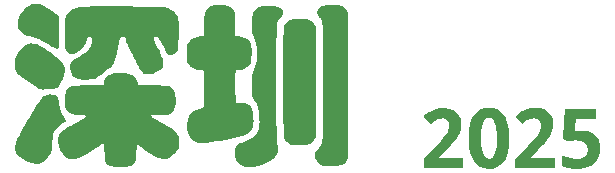
<source format=gbr>
%TF.GenerationSoftware,KiCad,Pcbnew,9.0.6*%
%TF.CreationDate,2025-11-09T23:23:57-08:00*%
%TF.ProjectId,mfzh25_token,6d667a68-3235-45f7-946f-6b656e2e6b69,rev?*%
%TF.SameCoordinates,Original*%
%TF.FileFunction,Soldermask,Top*%
%TF.FilePolarity,Negative*%
%FSLAX46Y46*%
G04 Gerber Fmt 4.6, Leading zero omitted, Abs format (unit mm)*
G04 Created by KiCad (PCBNEW 9.0.6) date 2025-11-09 23:23:57*
%MOMM*%
%LPD*%
G01*
G04 APERTURE LIST*
%ADD10C,0.000000*%
G04 APERTURE END LIST*
D10*
%TO.C,G\u002A\u002A\u002A*%
G36*
X45789014Y-134749478D02*
G01*
X46037524Y-134826396D01*
X46317936Y-134958123D01*
X46637637Y-135147168D01*
X47004015Y-135396039D01*
X47140134Y-135494440D01*
X47440797Y-135717352D01*
X47679863Y-135901736D01*
X47866456Y-136055869D01*
X48009701Y-136188028D01*
X48118724Y-136306490D01*
X48202650Y-136419531D01*
X48254153Y-136504902D01*
X48322385Y-136639748D01*
X48360128Y-136756965D01*
X48375334Y-136892131D01*
X48376420Y-137051919D01*
X48330578Y-137403689D01*
X48203726Y-137772079D01*
X47997191Y-138153393D01*
X47960158Y-138210365D01*
X47863168Y-138353159D01*
X47782210Y-138452181D01*
X47698479Y-138516314D01*
X47593171Y-138554440D01*
X47447484Y-138575442D01*
X47242613Y-138588201D01*
X47151251Y-138592464D01*
X46941875Y-138603834D01*
X46754974Y-138617181D01*
X46611789Y-138630786D01*
X46536393Y-138642187D01*
X46408703Y-138636083D01*
X46234604Y-138564084D01*
X46230721Y-138562020D01*
X46069117Y-138468660D01*
X45858139Y-138336376D01*
X45616011Y-138177459D01*
X45360955Y-138004199D01*
X45111195Y-137828889D01*
X44884955Y-137663818D01*
X44775118Y-137580271D01*
X44539595Y-137383792D01*
X44369751Y-137206412D01*
X44253862Y-137032572D01*
X44180206Y-136846713D01*
X44159421Y-136763088D01*
X44138334Y-136479469D01*
X44183339Y-136171991D01*
X44285930Y-135857135D01*
X44437598Y-135551384D01*
X44629838Y-135271218D01*
X44854142Y-135033121D01*
X45102004Y-134853573D01*
X45161018Y-134822503D01*
X45358149Y-134750040D01*
X45565018Y-134724863D01*
X45789014Y-134749478D01*
G37*
G36*
X46042744Y-131393409D02*
G01*
X46166951Y-131405424D01*
X46281345Y-131434135D01*
X46412505Y-131486652D01*
X46587008Y-131570082D01*
X46628284Y-131590525D01*
X46849149Y-131706121D01*
X47077722Y-131836037D01*
X47300090Y-131971244D01*
X47502336Y-132102711D01*
X47670546Y-132221410D01*
X47790803Y-132318309D01*
X47847973Y-132381976D01*
X47860992Y-132448496D01*
X47871882Y-132586725D01*
X47880636Y-132783604D01*
X47887247Y-133026070D01*
X47891708Y-133301062D01*
X47894012Y-133595520D01*
X47894153Y-133896381D01*
X47892122Y-134190584D01*
X47887913Y-134465070D01*
X47881520Y-134706775D01*
X47872935Y-134902640D01*
X47862151Y-135039602D01*
X47849425Y-135104122D01*
X47789990Y-135168407D01*
X47700162Y-135184605D01*
X47572029Y-135150510D01*
X47397678Y-135063912D01*
X47169196Y-134922606D01*
X47147450Y-134908282D01*
X46803867Y-134691427D01*
X46495671Y-134521902D01*
X46197493Y-134387870D01*
X45883961Y-134277495D01*
X45652854Y-134210932D01*
X45390883Y-134137594D01*
X45192225Y-134072924D01*
X45037136Y-134008447D01*
X44905870Y-133935685D01*
X44778685Y-133846159D01*
X44748161Y-133822484D01*
X44566978Y-133630337D01*
X44456933Y-133398775D01*
X44417549Y-133133808D01*
X44448346Y-132841446D01*
X44548848Y-132527700D01*
X44718577Y-132198580D01*
X44898216Y-131935719D01*
X45030961Y-131781685D01*
X45184362Y-131634868D01*
X45316833Y-131532881D01*
X45435955Y-131461011D01*
X45535835Y-131418565D01*
X45646941Y-131397897D01*
X45799741Y-131391357D01*
X45882145Y-131390984D01*
X46042744Y-131393409D01*
G37*
G36*
X47394410Y-139066393D02*
G01*
X47587488Y-139129288D01*
X47703930Y-139196658D01*
X47787816Y-139286496D01*
X47846178Y-139414295D01*
X47886050Y-139595548D01*
X47914462Y-139845749D01*
X47914878Y-139850583D01*
X47961429Y-140207964D01*
X48036855Y-140499104D01*
X48146500Y-140739239D01*
X48295705Y-140943606D01*
X48299671Y-140948036D01*
X48421633Y-141098203D01*
X48474346Y-141213354D01*
X48455173Y-141310022D01*
X48361478Y-141404740D01*
X48211351Y-141501926D01*
X47954507Y-141678816D01*
X47728371Y-141883963D01*
X47551426Y-142098772D01*
X47461636Y-142256114D01*
X47423554Y-142356485D01*
X47395096Y-142472988D01*
X47373844Y-142622734D01*
X47357377Y-142822836D01*
X47343275Y-143090407D01*
X47343093Y-143094490D01*
X47330746Y-143346377D01*
X47317467Y-143532492D01*
X47299992Y-143671837D01*
X47275060Y-143783416D01*
X47239407Y-143886231D01*
X47189772Y-143999288D01*
X47186573Y-144006176D01*
X46992042Y-144352912D01*
X46767814Y-144621837D01*
X46515243Y-144812183D01*
X46235683Y-144923181D01*
X45930486Y-144954063D01*
X45603505Y-144904723D01*
X45353406Y-144817491D01*
X45089588Y-144689334D01*
X44829884Y-144532463D01*
X44592126Y-144359087D01*
X44394148Y-144181415D01*
X44253782Y-144011658D01*
X44223268Y-143959697D01*
X44164242Y-143756526D01*
X44168933Y-143502051D01*
X44236518Y-143199989D01*
X44366177Y-142854055D01*
X44550728Y-142479632D01*
X44690299Y-142226497D01*
X44851101Y-141941021D01*
X45027671Y-141632366D01*
X45214549Y-141309694D01*
X45406274Y-140982169D01*
X45597384Y-140658953D01*
X45782418Y-140349209D01*
X45955915Y-140062099D01*
X46112414Y-139806785D01*
X46246453Y-139592431D01*
X46352572Y-139428199D01*
X46425310Y-139323252D01*
X46449823Y-139293387D01*
X46638032Y-139158251D01*
X46873745Y-139073131D01*
X47133644Y-139041390D01*
X47394410Y-139066393D01*
G37*
G36*
X68513634Y-132665433D02*
G01*
X68692663Y-132671392D01*
X68824161Y-132683867D01*
X68926752Y-132705106D01*
X69019063Y-132737355D01*
X69072574Y-132760771D01*
X69254711Y-132854766D01*
X69381504Y-132952346D01*
X69479917Y-133077517D01*
X69534478Y-133171952D01*
X69625375Y-133341568D01*
X69625375Y-138009314D01*
X69625375Y-142677060D01*
X69496750Y-142885125D01*
X69384542Y-143035146D01*
X69245651Y-143148811D01*
X69120868Y-143219643D01*
X69011256Y-143272856D01*
X68914366Y-143309154D01*
X68809122Y-143332238D01*
X68674450Y-143345806D01*
X68489275Y-143353560D01*
X68337807Y-143357111D01*
X68065752Y-143358682D01*
X67858155Y-143349591D01*
X67695161Y-143328308D01*
X67572444Y-143298155D01*
X67355397Y-143200105D01*
X67162647Y-143054200D01*
X67014916Y-142879539D01*
X66937387Y-142712854D01*
X66929099Y-142649209D01*
X66921690Y-142520560D01*
X66915142Y-142324962D01*
X66909435Y-142060468D01*
X66904551Y-141725135D01*
X66900471Y-141317016D01*
X66897176Y-140834168D01*
X66894648Y-140274644D01*
X66892867Y-139636500D01*
X66891814Y-138917791D01*
X66891472Y-138116571D01*
X66891484Y-137963605D01*
X66891645Y-137240228D01*
X66891951Y-136596778D01*
X66892483Y-136028375D01*
X66893321Y-135530138D01*
X66894547Y-135097185D01*
X66896243Y-134724637D01*
X66898489Y-134407612D01*
X66901366Y-134141230D01*
X66904957Y-133920610D01*
X66909340Y-133740871D01*
X66914599Y-133597133D01*
X66920815Y-133484514D01*
X66928067Y-133398134D01*
X66936438Y-133333113D01*
X66946009Y-133284569D01*
X66956860Y-133247622D01*
X66969074Y-133217390D01*
X66970462Y-133214356D01*
X67076086Y-133037277D01*
X67219887Y-132898911D01*
X67423394Y-132779439D01*
X67463299Y-132760584D01*
X67557592Y-132720957D01*
X67650794Y-132693727D01*
X67761525Y-132676655D01*
X67908406Y-132667502D01*
X68110055Y-132664029D01*
X68268447Y-132663742D01*
X68513634Y-132665433D01*
G37*
G36*
X88587714Y-140224775D02*
G01*
X88925887Y-140321169D01*
X89210274Y-140473533D01*
X89438301Y-140675113D01*
X89607393Y-140919158D01*
X89714974Y-141198913D01*
X89758470Y-141507626D01*
X89735306Y-141838544D01*
X89642907Y-142184913D01*
X89478698Y-142539980D01*
X89240104Y-142896992D01*
X89233356Y-142905639D01*
X89146348Y-143008826D01*
X89012182Y-143158122D01*
X88843699Y-143339697D01*
X88653740Y-143539724D01*
X88455146Y-143744371D01*
X88444743Y-143754962D01*
X88263313Y-143942233D01*
X88106282Y-144109489D01*
X87982038Y-144247362D01*
X87898970Y-144346479D01*
X87865467Y-144397470D01*
X87865841Y-144401623D01*
X87914576Y-144409643D01*
X88036046Y-144416794D01*
X88218181Y-144422745D01*
X88448908Y-144427162D01*
X88716158Y-144429714D01*
X88905063Y-144430216D01*
X89915692Y-144430216D01*
X89915692Y-144854256D01*
X89915692Y-145278296D01*
X88219532Y-145278296D01*
X86523372Y-145278296D01*
X86524201Y-144928463D01*
X86525031Y-144578630D01*
X87272697Y-143772954D01*
X87598762Y-143419765D01*
X87870698Y-143120198D01*
X88093604Y-142867172D01*
X88272578Y-142653609D01*
X88412721Y-142472430D01*
X88519129Y-142316556D01*
X88596903Y-142178907D01*
X88651141Y-142052404D01*
X88686941Y-141929970D01*
X88709402Y-141804523D01*
X88713440Y-141772633D01*
X88714889Y-141519832D01*
X88653320Y-141323324D01*
X88529558Y-141184096D01*
X88344431Y-141103138D01*
X88134724Y-141080872D01*
X87851023Y-141123121D01*
X87555962Y-141249104D01*
X87288944Y-141427818D01*
X87100427Y-141574319D01*
X86833101Y-141259759D01*
X86718696Y-141121512D01*
X86628743Y-141005910D01*
X86575300Y-140928832D01*
X86565776Y-140907726D01*
X86598839Y-140858286D01*
X86686174Y-140777618D01*
X86809998Y-140679222D01*
X86952527Y-140576597D01*
X87095980Y-140483242D01*
X87209114Y-140419349D01*
X87490565Y-140307306D01*
X87812184Y-140228472D01*
X88132707Y-140192368D01*
X88198330Y-140191105D01*
X88587714Y-140224775D01*
G37*
G36*
X80931462Y-140253220D02*
G01*
X81265301Y-140377814D01*
X81434640Y-140477404D01*
X81578578Y-140588025D01*
X81686670Y-140708143D01*
X81785355Y-140868995D01*
X81816276Y-140928285D01*
X81888456Y-141076962D01*
X81932526Y-141195916D01*
X81955295Y-141316316D01*
X81963576Y-141469333D01*
X81964409Y-141606211D01*
X81960895Y-141803818D01*
X81946597Y-141949124D01*
X81914911Y-142074533D01*
X81859233Y-142212449D01*
X81826391Y-142283412D01*
X81744574Y-142447087D01*
X81656425Y-142599730D01*
X81553231Y-142752361D01*
X81426286Y-142916001D01*
X81266878Y-143101673D01*
X81066298Y-143320396D01*
X80815837Y-143583193D01*
X80725150Y-143676934D01*
X80536159Y-143873666D01*
X80368923Y-144051355D01*
X80231978Y-144200633D01*
X80133859Y-144312133D01*
X80083103Y-144376486D01*
X80077963Y-144387201D01*
X80119901Y-144402294D01*
X80243964Y-144414253D01*
X80447519Y-144422966D01*
X80727938Y-144428324D01*
X81082590Y-144430214D01*
X81095659Y-144430216D01*
X82113355Y-144430216D01*
X82113355Y-144854256D01*
X82113355Y-145278296D01*
X80438397Y-145278296D01*
X78763438Y-145278296D01*
X78763438Y-144916396D01*
X78763438Y-144554496D01*
X79635507Y-143612473D01*
X79948633Y-143271903D01*
X80207320Y-142983923D01*
X80416642Y-142740705D01*
X80581675Y-142534421D01*
X80707494Y-142357244D01*
X80799175Y-142201344D01*
X80861792Y-142058895D01*
X80900421Y-141922068D01*
X80920138Y-141783035D01*
X80926018Y-141633968D01*
X80926043Y-141621980D01*
X80921343Y-141472958D01*
X80899066Y-141374762D01*
X80846948Y-141293574D01*
X80781869Y-141224473D01*
X80695101Y-141144800D01*
X80616933Y-141101662D01*
X80515809Y-141084127D01*
X80368430Y-141081231D01*
X80136371Y-141100719D01*
X79926448Y-141164118D01*
X79712547Y-141281445D01*
X79558146Y-141392031D01*
X79444848Y-141474573D01*
X79357012Y-141530702D01*
X79320028Y-141546744D01*
X79273787Y-141515723D01*
X79194399Y-141434334D01*
X79095715Y-141320088D01*
X78991588Y-141190496D01*
X78895871Y-141063071D01*
X78822415Y-140955321D01*
X78785074Y-140884760D01*
X78784060Y-140869218D01*
X78828994Y-140826117D01*
X78924958Y-140749380D01*
X79053321Y-140653744D01*
X79087971Y-140628837D01*
X79436490Y-140423371D01*
X79808124Y-140282235D01*
X80189848Y-140206271D01*
X80568636Y-140196319D01*
X80931462Y-140253220D01*
G37*
G36*
X93392821Y-140719865D02*
G01*
X93392821Y-141165108D01*
X92526908Y-141165108D01*
X91660995Y-141165108D01*
X91638922Y-141281719D01*
X91625514Y-141378141D01*
X91609544Y-141530461D01*
X91593943Y-141709943D01*
X91590218Y-141758764D01*
X91563586Y-142119198D01*
X92128370Y-142119361D01*
X92368744Y-142121099D01*
X92543502Y-142127709D01*
X92671800Y-142141530D01*
X92772791Y-142164899D01*
X92865631Y-142200153D01*
X92893289Y-142212712D01*
X93174352Y-142388527D01*
X93411449Y-142627602D01*
X93587599Y-142912796D01*
X93588331Y-142914380D01*
X93644470Y-143043990D01*
X93680027Y-143155892D01*
X93699391Y-143276296D01*
X93706954Y-143431409D01*
X93707281Y-143624540D01*
X93701024Y-143861912D01*
X93683790Y-144041237D01*
X93651884Y-144188966D01*
X93612198Y-144305033D01*
X93451783Y-144621602D01*
X93238827Y-144876777D01*
X92966681Y-145076586D01*
X92628697Y-145227060D01*
X92576465Y-145244304D01*
X92332221Y-145300257D01*
X92034574Y-145335134D01*
X91712544Y-145347827D01*
X91395152Y-145337228D01*
X91111418Y-145302229D01*
X91102618Y-145300580D01*
X90921819Y-145261354D01*
X90751343Y-145216151D01*
X90627491Y-145174617D01*
X90625573Y-145173821D01*
X90466944Y-145107542D01*
X90466944Y-144658332D01*
X90468052Y-144459242D01*
X90472991Y-144331294D01*
X90484185Y-144260835D01*
X90504056Y-144234212D01*
X90535029Y-144237771D01*
X90541151Y-144240218D01*
X90909978Y-144372510D01*
X91268729Y-144459007D01*
X91606468Y-144499541D01*
X91912261Y-144493946D01*
X92175172Y-144442057D01*
X92384267Y-144343707D01*
X92472547Y-144269564D01*
X92597643Y-144084436D01*
X92661523Y-143868676D01*
X92666760Y-143641474D01*
X92615926Y-143422019D01*
X92511595Y-143229500D01*
X92356339Y-143083107D01*
X92309836Y-143055947D01*
X92132046Y-142994549D01*
X91896756Y-142958396D01*
X91627888Y-142949014D01*
X91349366Y-142967925D01*
X91223507Y-142986739D01*
X91069365Y-143011999D01*
X90966420Y-143016819D01*
X90882601Y-142996850D01*
X90785836Y-142947744D01*
X90740134Y-142921204D01*
X90541483Y-142804787D01*
X90566302Y-142546800D01*
X90576514Y-142429838D01*
X90591459Y-142244195D01*
X90609912Y-142005792D01*
X90630652Y-141730546D01*
X90652456Y-141434378D01*
X90663496Y-141281719D01*
X90735871Y-140274623D01*
X92064346Y-140274623D01*
X93392821Y-140274623D01*
X93392821Y-140719865D01*
G37*
G36*
X84297161Y-140212104D02*
G01*
X84514919Y-140214931D01*
X84671186Y-140224607D01*
X84789216Y-140244721D01*
X84892263Y-140278859D01*
X84975625Y-140316760D01*
X85258394Y-140501248D01*
X85502999Y-140756728D01*
X85704542Y-141076179D01*
X85858122Y-141452579D01*
X85916617Y-141665129D01*
X85946633Y-141814767D01*
X85968181Y-141979654D01*
X85982384Y-142176392D01*
X85990368Y-142421582D01*
X85993256Y-142731826D01*
X85993321Y-142797662D01*
X85988185Y-143197675D01*
X85971126Y-143528629D01*
X85939671Y-143805746D01*
X85891344Y-144044246D01*
X85823672Y-144259352D01*
X85734181Y-144466285D01*
X85716165Y-144502648D01*
X85517298Y-144810922D01*
X85267904Y-145053806D01*
X84974898Y-145228300D01*
X84645195Y-145331408D01*
X84285709Y-145360130D01*
X83903355Y-145311469D01*
X83869173Y-145303462D01*
X83561385Y-145186291D01*
X83291589Y-144994502D01*
X83061362Y-144730068D01*
X82872280Y-144394962D01*
X82725917Y-143991158D01*
X82680727Y-143815358D01*
X82643913Y-143592695D01*
X82618683Y-143308512D01*
X82605031Y-142985302D01*
X82603882Y-142797662D01*
X83642218Y-142797662D01*
X83655314Y-143267166D01*
X83694103Y-143657928D01*
X83759486Y-143972307D01*
X83852365Y-144212664D01*
X83973641Y-144381361D01*
X84124216Y-144480756D01*
X84297161Y-144513168D01*
X84421397Y-144491610D01*
X84551341Y-144437134D01*
X84560128Y-144431933D01*
X84672354Y-144339161D01*
X84758679Y-144227543D01*
X84761768Y-144221750D01*
X84841776Y-144011744D01*
X84904209Y-143736037D01*
X84948520Y-143412007D01*
X84974163Y-143057034D01*
X84980591Y-142688496D01*
X84967258Y-142323773D01*
X84933618Y-141980244D01*
X84879125Y-141675287D01*
X84845780Y-141548976D01*
X84746849Y-141317321D01*
X84611686Y-141151360D01*
X84446817Y-141057418D01*
X84318548Y-141037896D01*
X84138135Y-141066246D01*
X83988023Y-141153689D01*
X83866831Y-141303814D01*
X83773182Y-141520208D01*
X83705696Y-141806460D01*
X83662993Y-142166160D01*
X83643696Y-142602894D01*
X83642218Y-142797662D01*
X82603882Y-142797662D01*
X82602951Y-142645558D01*
X82612435Y-142311772D01*
X82633477Y-142006436D01*
X82666070Y-141752044D01*
X82681362Y-141673956D01*
X82805262Y-141259837D01*
X82977921Y-140907448D01*
X83196771Y-140620586D01*
X83459241Y-140403051D01*
X83591495Y-140328496D01*
X83706431Y-140275741D01*
X83808940Y-140241665D01*
X83922933Y-140222324D01*
X84072321Y-140213774D01*
X84281015Y-140212072D01*
X84297161Y-140212104D01*
G37*
G36*
X71121125Y-131460754D02*
G01*
X71344980Y-131469534D01*
X71507157Y-131482817D01*
X71630787Y-131504833D01*
X71738999Y-131539807D01*
X71854924Y-131591968D01*
X71864349Y-131596580D01*
X72089419Y-131742417D01*
X72248830Y-131932471D01*
X72354671Y-132181406D01*
X72359055Y-132196660D01*
X72366223Y-132248898D01*
X72372612Y-132353592D01*
X72378235Y-132513279D01*
X72383108Y-132730495D01*
X72387245Y-133007776D01*
X72390660Y-133347660D01*
X72393367Y-133752682D01*
X72395381Y-134225378D01*
X72396717Y-134768286D01*
X72397388Y-135383942D01*
X72397410Y-136074882D01*
X72396796Y-136843643D01*
X72395561Y-137692760D01*
X72394228Y-138387645D01*
X72381635Y-144409014D01*
X72280438Y-144614577D01*
X72172774Y-144783041D01*
X72028789Y-144908253D01*
X71829061Y-145004810D01*
X71707283Y-145045388D01*
X71518754Y-145085696D01*
X71276886Y-145114167D01*
X71009984Y-145129751D01*
X70746358Y-145131394D01*
X70514315Y-145118046D01*
X70367445Y-145095172D01*
X70080886Y-145003481D01*
X69866384Y-144876135D01*
X69716219Y-144706249D01*
X69622669Y-144486939D01*
X69605602Y-144415898D01*
X69578980Y-144207330D01*
X69598577Y-144024175D01*
X69671227Y-143844539D01*
X69803767Y-143646527D01*
X69872836Y-143559994D01*
X69929343Y-143493694D01*
X69979907Y-143436074D01*
X70024863Y-143382326D01*
X70064545Y-143327640D01*
X70099285Y-143267208D01*
X70129419Y-143196220D01*
X70155281Y-143109868D01*
X70177204Y-143003343D01*
X70195522Y-142871836D01*
X70210569Y-142710537D01*
X70222680Y-142514639D01*
X70232188Y-142279332D01*
X70239427Y-141999806D01*
X70244732Y-141671254D01*
X70248435Y-141288867D01*
X70250872Y-140847834D01*
X70252377Y-140343349D01*
X70253282Y-139770600D01*
X70253922Y-139124780D01*
X70254632Y-138401080D01*
X70255052Y-138056574D01*
X70256150Y-137291519D01*
X70257119Y-136606470D01*
X70257693Y-135996628D01*
X70257607Y-135457190D01*
X70256595Y-134983356D01*
X70254389Y-134570326D01*
X70250724Y-134213297D01*
X70245334Y-133907468D01*
X70237952Y-133648040D01*
X70228313Y-133430211D01*
X70216149Y-133249179D01*
X70201196Y-133100144D01*
X70183186Y-132978305D01*
X70161853Y-132878861D01*
X70136932Y-132797011D01*
X70108156Y-132727954D01*
X70075259Y-132666888D01*
X70037975Y-132609013D01*
X69996037Y-132549528D01*
X69949180Y-132483632D01*
X69945792Y-132478775D01*
X69823632Y-132287403D01*
X69758496Y-132139557D01*
X69746490Y-132019757D01*
X69783724Y-131912523D01*
X69797708Y-131889734D01*
X69897961Y-131761384D01*
X70017855Y-131666180D01*
X70181249Y-131588429D01*
X70336650Y-131535246D01*
X70484108Y-131494322D01*
X70624712Y-131469363D01*
X70784445Y-131457902D01*
X70989287Y-131457472D01*
X71121125Y-131460754D01*
G37*
G36*
X66128656Y-131580554D02*
G01*
X66408288Y-131640083D01*
X66632589Y-131729507D01*
X66790267Y-131846151D01*
X66823908Y-131887498D01*
X66877867Y-131995221D01*
X66883457Y-132108802D01*
X66836783Y-132242996D01*
X66733951Y-132412558D01*
X66657100Y-132519460D01*
X66542430Y-132687490D01*
X66441972Y-132859684D01*
X66372835Y-133005933D01*
X66360272Y-133041836D01*
X66349404Y-133120317D01*
X66339428Y-133276939D01*
X66330344Y-133505039D01*
X66322151Y-133797952D01*
X66314849Y-134149018D01*
X66308439Y-134551571D01*
X66302920Y-134998950D01*
X66298292Y-135484491D01*
X66294556Y-136001532D01*
X66291712Y-136543409D01*
X66289759Y-137103460D01*
X66288697Y-137675021D01*
X66288527Y-138251430D01*
X66289248Y-138826023D01*
X66290861Y-139392138D01*
X66293365Y-139943111D01*
X66296760Y-140472280D01*
X66301047Y-140972981D01*
X66306226Y-141438552D01*
X66312296Y-141862330D01*
X66319258Y-142237651D01*
X66327110Y-142557852D01*
X66335855Y-142816272D01*
X66345491Y-143006246D01*
X66356018Y-143121112D01*
X66360266Y-143143734D01*
X66408153Y-143406111D01*
X66421364Y-143673018D01*
X66400342Y-143917077D01*
X66345532Y-144110909D01*
X66344548Y-144113090D01*
X66211288Y-144316286D01*
X66007533Y-144511791D01*
X65747561Y-144694324D01*
X65445651Y-144858602D01*
X65116081Y-144999345D01*
X64773130Y-145111269D01*
X64431076Y-145189093D01*
X64104197Y-145227534D01*
X63806773Y-145221312D01*
X63553081Y-145165143D01*
X63527359Y-145155244D01*
X63279257Y-145030181D01*
X63092955Y-144873609D01*
X62946187Y-144665190D01*
X62905389Y-144587187D01*
X62802029Y-144302393D01*
X62766256Y-144017065D01*
X62796891Y-143746602D01*
X62892759Y-143506406D01*
X62998901Y-143363617D01*
X63086221Y-143282482D01*
X63192790Y-143210314D01*
X63335238Y-143138437D01*
X63530194Y-143058173D01*
X63718769Y-142988015D01*
X64078351Y-142826441D01*
X64364361Y-142627862D01*
X64580957Y-142389191D01*
X64633479Y-142308546D01*
X64730541Y-142134146D01*
X64798037Y-141974531D01*
X64840654Y-141807788D01*
X64863080Y-141612006D01*
X64870001Y-141365274D01*
X64869002Y-141207512D01*
X64852780Y-140803895D01*
X64812590Y-140464107D01*
X64743327Y-140169293D01*
X64639887Y-139900596D01*
X64497165Y-139639163D01*
X64407330Y-139502151D01*
X64343005Y-139398414D01*
X64294124Y-139289860D01*
X64259065Y-139163903D01*
X64236203Y-139007955D01*
X64223917Y-138809430D01*
X64220583Y-138555743D01*
X64224579Y-138234307D01*
X64227345Y-138106224D01*
X64234259Y-137836332D01*
X64242325Y-137633604D01*
X64254023Y-137480403D01*
X64271833Y-137359096D01*
X64298237Y-137252047D01*
X64335713Y-137141621D01*
X64378607Y-137030717D01*
X64491684Y-136726581D01*
X64570091Y-136462896D01*
X64619521Y-136209464D01*
X64645665Y-135936083D01*
X64654214Y-135612556D01*
X64654329Y-135567779D01*
X64640299Y-135151386D01*
X64594963Y-134795340D01*
X64514291Y-134479683D01*
X64394250Y-134184458D01*
X64361764Y-134119507D01*
X64320606Y-134037385D01*
X64290471Y-133964086D01*
X64269681Y-133884864D01*
X64256555Y-133784973D01*
X64249415Y-133649665D01*
X64246582Y-133464195D01*
X64246374Y-133213814D01*
X64246611Y-133108346D01*
X64248694Y-132813838D01*
X64254010Y-132590488D01*
X64263617Y-132424672D01*
X64278575Y-132302769D01*
X64299942Y-132211156D01*
X64320755Y-132154256D01*
X64434761Y-131953748D01*
X64591165Y-131799467D01*
X64799292Y-131686514D01*
X65068467Y-131609992D01*
X65408014Y-131565003D01*
X65448580Y-131561877D01*
X65804989Y-131553594D01*
X66128656Y-131580554D01*
G37*
G36*
X61731077Y-131477797D02*
G01*
X61920358Y-131494558D01*
X62200222Y-131542861D01*
X62410818Y-131617244D01*
X62565575Y-131724989D01*
X62677924Y-131873376D01*
X62701030Y-131917825D01*
X62730935Y-131984924D01*
X62754080Y-132055261D01*
X62771594Y-132140995D01*
X62784605Y-132254287D01*
X62794242Y-132407297D01*
X62801633Y-132612186D01*
X62807907Y-132881114D01*
X62812286Y-133116721D01*
X62830016Y-134122418D01*
X63026193Y-134145437D01*
X63360089Y-134194082D01*
X63620293Y-134257537D01*
X63817653Y-134343858D01*
X63963016Y-134461099D01*
X64067230Y-134617316D01*
X64141141Y-134820566D01*
X64182337Y-135004028D01*
X64204271Y-135194393D01*
X64211675Y-135432712D01*
X64205830Y-135693528D01*
X64188015Y-135951378D01*
X64159511Y-136180805D01*
X64121599Y-136356347D01*
X64112989Y-136382782D01*
X63993630Y-136597746D01*
X63808821Y-136769353D01*
X63569418Y-136891251D01*
X63286278Y-136957092D01*
X63113856Y-136967111D01*
X62974455Y-136979608D01*
X62881066Y-137012512D01*
X62866516Y-137025198D01*
X62851777Y-137073842D01*
X62840581Y-137182984D01*
X62832806Y-137357278D01*
X62828326Y-137601373D01*
X62827019Y-137919923D01*
X62828760Y-138317579D01*
X62829521Y-138413929D01*
X62840734Y-139744573D01*
X63307178Y-139765775D01*
X63605073Y-139791530D01*
X63832866Y-139845210D01*
X64003479Y-139937431D01*
X64129833Y-140078809D01*
X64224849Y-140279959D01*
X64301448Y-140551496D01*
X64310107Y-140589726D01*
X64341908Y-140789759D01*
X64360336Y-141026532D01*
X64365412Y-141274904D01*
X64357158Y-141509734D01*
X64335597Y-141705882D01*
X64309043Y-141817311D01*
X64212620Y-142001024D01*
X64064079Y-142184074D01*
X63890656Y-142335879D01*
X63794717Y-142394878D01*
X63618057Y-142469061D01*
X63370517Y-142550271D01*
X63065464Y-142635818D01*
X62716266Y-142723011D01*
X62336291Y-142809159D01*
X61938908Y-142891571D01*
X61537485Y-142967556D01*
X61145390Y-143034422D01*
X60775990Y-143089479D01*
X60442655Y-143130035D01*
X60158753Y-143153399D01*
X60003368Y-143158096D01*
X59804220Y-143155159D01*
X59662131Y-143142883D01*
X59549454Y-143116065D01*
X59438544Y-143069506D01*
X59383196Y-143041434D01*
X59152851Y-142874034D01*
X58973529Y-142640006D01*
X58845957Y-142341008D01*
X58770863Y-141978696D01*
X58748747Y-141596247D01*
X58776752Y-141234334D01*
X58862743Y-140933289D01*
X59009683Y-140689446D01*
X59220538Y-140499135D01*
X59498271Y-140358690D01*
X59821141Y-140269222D01*
X60010375Y-140214840D01*
X60120016Y-140143103D01*
X60128570Y-140132126D01*
X60145555Y-140095499D01*
X60159242Y-140033637D01*
X60169960Y-139938297D01*
X60178036Y-139801237D01*
X60183797Y-139614214D01*
X60187569Y-139368985D01*
X60189681Y-139057308D01*
X60190459Y-138670941D01*
X60190483Y-138572057D01*
X60190481Y-138161060D01*
X60189442Y-137826922D01*
X60185821Y-137561698D01*
X60178073Y-137357438D01*
X60164652Y-137206197D01*
X60144013Y-137100028D01*
X60114609Y-137030983D01*
X60074895Y-136991116D01*
X60023326Y-136972480D01*
X59958356Y-136967127D01*
X59878439Y-136967111D01*
X59878333Y-136967111D01*
X59672123Y-136948744D01*
X59449098Y-136899786D01*
X59241415Y-136829451D01*
X59081230Y-136746952D01*
X59062171Y-136733250D01*
X58957785Y-136627932D01*
X58862251Y-136490926D01*
X58839959Y-136448815D01*
X58769219Y-136244678D01*
X58719262Y-135983487D01*
X58692928Y-135691075D01*
X58693057Y-135393277D01*
X58706070Y-135230945D01*
X58754825Y-134931353D01*
X58831394Y-134694170D01*
X58945410Y-134510680D01*
X59106507Y-134372165D01*
X59324318Y-134269908D01*
X59608477Y-134195191D01*
X59903268Y-134147630D01*
X60028388Y-134122026D01*
X60116267Y-134087433D01*
X60135957Y-134070587D01*
X60146479Y-134014959D01*
X60157889Y-133887527D01*
X60169431Y-133701284D01*
X60180347Y-133469218D01*
X60189880Y-133204319D01*
X60193270Y-133087144D01*
X60202244Y-132776988D01*
X60211222Y-132539039D01*
X60221521Y-132360705D01*
X60234462Y-132229396D01*
X60251361Y-132132519D01*
X60273537Y-132057484D01*
X60302310Y-131991699D01*
X60309454Y-131977610D01*
X60392291Y-131848904D01*
X60488891Y-131741318D01*
X60518154Y-131717602D01*
X60744908Y-131599980D01*
X61033293Y-131519111D01*
X61367339Y-131477537D01*
X61731077Y-131477797D01*
G37*
G36*
X53463429Y-137265545D02*
G01*
X53793554Y-137309964D01*
X54057369Y-137391173D01*
X54261289Y-137512330D01*
X54411729Y-137676589D01*
X54515107Y-137887107D01*
X54544673Y-137984807D01*
X54616385Y-138260433D01*
X55845087Y-138285112D01*
X56164529Y-138292577D01*
X56460426Y-138301484D01*
X56720986Y-138311321D01*
X56934415Y-138321576D01*
X57088923Y-138331737D01*
X57172718Y-138341294D01*
X57179799Y-138343039D01*
X57371487Y-138441914D01*
X57541114Y-138600306D01*
X57658367Y-138785884D01*
X57710497Y-138941809D01*
X57744784Y-139142879D01*
X57764446Y-139405818D01*
X57764432Y-139795242D01*
X57723623Y-140113080D01*
X57638840Y-140363758D01*
X57506903Y-140551701D01*
X57324632Y-140681334D01*
X57088847Y-140757082D01*
X56796370Y-140783369D01*
X56774490Y-140783471D01*
X56560389Y-140786898D01*
X56310591Y-140795954D01*
X56073880Y-140808804D01*
X56040068Y-140811118D01*
X55650580Y-140838765D01*
X55747326Y-140942626D01*
X55841117Y-141021265D01*
X56000504Y-141129732D01*
X56214476Y-141261469D01*
X56472022Y-141409921D01*
X56762133Y-141568529D01*
X57052587Y-141719950D01*
X57356716Y-141887395D01*
X57591453Y-142047703D01*
X57770135Y-142212402D01*
X57906099Y-142393017D01*
X57973810Y-142516035D01*
X58037008Y-142659753D01*
X58072516Y-142790612D01*
X58087402Y-142944018D01*
X58089289Y-143094490D01*
X58083192Y-143287059D01*
X58062456Y-143429653D01*
X58019757Y-143556790D01*
X57968564Y-143663438D01*
X57816756Y-143903695D01*
X57626117Y-144125713D01*
X57417434Y-144308430D01*
X57211495Y-144430779D01*
X57211152Y-144430927D01*
X56965009Y-144500155D01*
X56694348Y-144504800D01*
X56395846Y-144443576D01*
X56066178Y-144315194D01*
X55702023Y-144118368D01*
X55300055Y-143851810D01*
X54868781Y-143523727D01*
X54731514Y-143417708D01*
X54616120Y-143335949D01*
X54540347Y-143290716D01*
X54524085Y-143285544D01*
X54501451Y-143325310D01*
X54481161Y-143445740D01*
X54463055Y-143648184D01*
X54446978Y-143933990D01*
X54446103Y-143953171D01*
X54433349Y-144211799D01*
X54420289Y-144401779D01*
X54404371Y-144539239D01*
X54383043Y-144640310D01*
X54353754Y-144721121D01*
X54313952Y-144797801D01*
X54311925Y-144801323D01*
X54185925Y-144960918D01*
X54011093Y-145077824D01*
X53774784Y-145159090D01*
X53612382Y-145191417D01*
X53375665Y-145217096D01*
X53099041Y-145227988D01*
X52825289Y-145223451D01*
X52621368Y-145206272D01*
X52317472Y-145135751D01*
X52080152Y-145012955D01*
X51908039Y-144836361D01*
X51799763Y-144604444D01*
X51753952Y-144315680D01*
X51752103Y-144239398D01*
X51748375Y-144045740D01*
X51738957Y-143838632D01*
X51725331Y-143635305D01*
X51708977Y-143452987D01*
X51691378Y-143308908D01*
X51674014Y-143220297D01*
X51662788Y-143200500D01*
X51617962Y-143223162D01*
X51515532Y-143285885D01*
X51367844Y-143380776D01*
X51187240Y-143499939D01*
X51042762Y-143597007D01*
X50796564Y-143757505D01*
X50525086Y-143924453D01*
X50256736Y-144080970D01*
X50019919Y-144210179D01*
X49956540Y-144242453D01*
X49737575Y-144348917D01*
X49572086Y-144421550D01*
X49439217Y-144467352D01*
X49318113Y-144493326D01*
X49187918Y-144506474D01*
X49166299Y-144507774D01*
X48865571Y-144498687D01*
X48611541Y-144430345D01*
X48394594Y-144296604D01*
X48205116Y-144091322D01*
X48033493Y-143808353D01*
X48015338Y-143772315D01*
X47871737Y-143408575D01*
X47809133Y-143061600D01*
X47827813Y-142733741D01*
X47869490Y-142572356D01*
X47928841Y-142430692D01*
X48013178Y-142302524D01*
X48132689Y-142179202D01*
X48297559Y-142052076D01*
X48517975Y-141912496D01*
X48804124Y-141751812D01*
X48889816Y-141705898D01*
X49198823Y-141537853D01*
X49480244Y-141377670D01*
X49725711Y-141230648D01*
X49926854Y-141102084D01*
X50075306Y-140997278D01*
X50162698Y-140921527D01*
X50183138Y-140887118D01*
X50143079Y-140857529D01*
X50032268Y-140830755D01*
X49864753Y-140808503D01*
X49654583Y-140792484D01*
X49415807Y-140784405D01*
X49333442Y-140783773D01*
X49040180Y-140750213D01*
X48799766Y-140650747D01*
X48613270Y-140486157D01*
X48481761Y-140257223D01*
X48440376Y-140131823D01*
X48422275Y-140015536D01*
X48410629Y-139838044D01*
X48406511Y-139622777D01*
X48409053Y-139449162D01*
X48427009Y-139140725D01*
X48463914Y-138902200D01*
X48525219Y-138719773D01*
X48616372Y-138579628D01*
X48742822Y-138467952D01*
X48814014Y-138422529D01*
X49005693Y-138310198D01*
X50304682Y-138290827D01*
X50669285Y-138284042D01*
X50988603Y-138275397D01*
X51254787Y-138265251D01*
X51459989Y-138253964D01*
X51596362Y-138241895D01*
X51656058Y-138229402D01*
X51656677Y-138228950D01*
X51694620Y-138159207D01*
X51710613Y-138053822D01*
X51737421Y-137892936D01*
X51805017Y-137722381D01*
X51897215Y-137575729D01*
X51978838Y-137497501D01*
X52159521Y-137396770D01*
X52356156Y-137326358D01*
X52587749Y-137282001D01*
X52873306Y-137259434D01*
X53060578Y-137254762D01*
X53463429Y-137265545D01*
G37*
G36*
X52012785Y-131607955D02*
G01*
X52536652Y-131608571D01*
X53138245Y-131609666D01*
X53243369Y-131609881D01*
X53931235Y-131611753D01*
X54537516Y-131614396D01*
X55065430Y-131617861D01*
X55518196Y-131622199D01*
X55899034Y-131627461D01*
X56211162Y-131633699D01*
X56457801Y-131640964D01*
X56642168Y-131649308D01*
X56767483Y-131658782D01*
X56826507Y-131667030D01*
X57115842Y-131749234D01*
X57386419Y-131869493D01*
X57614703Y-132015683D01*
X57751368Y-132143513D01*
X57827201Y-132237924D01*
X57888104Y-132332170D01*
X57935562Y-132436446D01*
X57971059Y-132560948D01*
X57996079Y-132715872D01*
X58012109Y-132911414D01*
X58020632Y-133157769D01*
X58023132Y-133465134D01*
X58021095Y-133843705D01*
X58019679Y-133986138D01*
X58015558Y-134342319D01*
X58011145Y-134623983D01*
X58005686Y-134841419D01*
X57998431Y-135004918D01*
X57988627Y-135124769D01*
X57975522Y-135211261D01*
X57958364Y-135274685D01*
X57936400Y-135325330D01*
X57919576Y-135355615D01*
X57781652Y-135523304D01*
X57600738Y-135648996D01*
X57400230Y-135721390D01*
X57203524Y-135729184D01*
X57162981Y-135721082D01*
X57088902Y-135677700D01*
X57014615Y-135577389D01*
X56940348Y-135430188D01*
X56775957Y-135075315D01*
X56629611Y-134773849D01*
X56504202Y-134531237D01*
X56402621Y-134352927D01*
X56327759Y-134244365D01*
X56294750Y-134213759D01*
X56173477Y-134177246D01*
X56034439Y-134172437D01*
X55923370Y-134200454D01*
X55916552Y-134204469D01*
X55905782Y-134236216D01*
X55920418Y-134308101D01*
X55963424Y-134427884D01*
X56037763Y-134603327D01*
X56146398Y-134842190D01*
X56220513Y-135000594D01*
X56412134Y-135421278D01*
X56557925Y-135777935D01*
X56657613Y-136078074D01*
X56710921Y-136329204D01*
X56717576Y-136538832D01*
X56677303Y-136714466D01*
X56589826Y-136863616D01*
X56454872Y-136993789D01*
X56272164Y-137112494D01*
X56140717Y-137180746D01*
X55848559Y-137298184D01*
X55576675Y-137359466D01*
X55340388Y-137361696D01*
X55263262Y-137346497D01*
X55131026Y-137298616D01*
X55011153Y-137224588D01*
X54896079Y-137114981D01*
X54778237Y-136960365D01*
X54650064Y-136751307D01*
X54503993Y-136478377D01*
X54399484Y-136269612D01*
X54267378Y-136003326D01*
X54128231Y-135726904D01*
X53993918Y-135463668D01*
X53876313Y-135236939D01*
X53809701Y-135111344D01*
X53696488Y-134891811D01*
X53623874Y-134726113D01*
X53585458Y-134597492D01*
X53574809Y-134496486D01*
X53566476Y-134370837D01*
X53546490Y-134277392D01*
X53538916Y-134261287D01*
X53471769Y-134222096D01*
X53356905Y-134205137D01*
X53228430Y-134210328D01*
X53120446Y-134237586D01*
X53081697Y-134262399D01*
X53048964Y-134329729D01*
X53011801Y-134460307D01*
X52975625Y-134633146D01*
X52957228Y-134744498D01*
X52888590Y-135143675D01*
X52805958Y-135524481D01*
X52713182Y-135873902D01*
X52614113Y-136178925D01*
X52512601Y-136426536D01*
X52412495Y-136603722D01*
X52403594Y-136615892D01*
X52313181Y-136708228D01*
X52177940Y-136815065D01*
X52039566Y-136905621D01*
X51892811Y-137002541D01*
X51713348Y-137137027D01*
X51529245Y-137287497D01*
X51433695Y-137371502D01*
X51279923Y-137505437D01*
X51135803Y-137620963D01*
X51020294Y-137703408D01*
X50964898Y-137734286D01*
X50871742Y-137754741D01*
X50713603Y-137772117D01*
X50510271Y-137785845D01*
X50281535Y-137795356D01*
X50047182Y-137800081D01*
X49827003Y-137799449D01*
X49640785Y-137792893D01*
X49508317Y-137779842D01*
X49491326Y-137776680D01*
X49291829Y-137705186D01*
X49132947Y-137576203D01*
X48999166Y-137376785D01*
X48989289Y-137357802D01*
X48885723Y-137092031D01*
X48842763Y-136828935D01*
X48859816Y-136584238D01*
X48936290Y-136373661D01*
X49031067Y-136248771D01*
X49113403Y-136183332D01*
X49250355Y-136090766D01*
X49421851Y-135984112D01*
X49582284Y-135890712D01*
X49943577Y-135663725D01*
X50226167Y-135431249D01*
X50436128Y-135185473D01*
X50579533Y-134918588D01*
X50662455Y-134622783D01*
X50681783Y-134476793D01*
X50690770Y-134346276D01*
X50680079Y-134274113D01*
X50640041Y-134234443D01*
X50581752Y-134209244D01*
X50443340Y-134182626D01*
X50339614Y-134226083D01*
X50264031Y-134344443D01*
X50224778Y-134472691D01*
X50142668Y-134739715D01*
X50028536Y-134951861D01*
X49866033Y-135137598D01*
X49817521Y-135181846D01*
X49548311Y-135391562D01*
X49296516Y-135533243D01*
X49069462Y-135603135D01*
X48981476Y-135610183D01*
X48847513Y-135599986D01*
X48747874Y-135557410D01*
X48640928Y-135464475D01*
X48638521Y-135462071D01*
X48567952Y-135386263D01*
X48511549Y-135308412D01*
X48467822Y-135218439D01*
X48435282Y-135106261D01*
X48412439Y-134961798D01*
X48397806Y-134774967D01*
X48389892Y-134535688D01*
X48387208Y-134233880D01*
X48388265Y-133859461D01*
X48388816Y-133771664D01*
X48391277Y-133424461D01*
X48394126Y-133151015D01*
X48398285Y-132940276D01*
X48404681Y-132781196D01*
X48414239Y-132662724D01*
X48427882Y-132573811D01*
X48446536Y-132503408D01*
X48471126Y-132440466D01*
X48502577Y-132373934D01*
X48506474Y-132365965D01*
X48648774Y-132147796D01*
X48846171Y-131969768D01*
X49106590Y-131826776D01*
X49437957Y-131713716D01*
X49570391Y-131680680D01*
X49636961Y-131666385D01*
X49708117Y-131653979D01*
X49789954Y-131643345D01*
X49888566Y-131634364D01*
X50010049Y-131626919D01*
X50160497Y-131620893D01*
X50346006Y-131616169D01*
X50572671Y-131612628D01*
X50846586Y-131610154D01*
X51173847Y-131608629D01*
X51560548Y-131607935D01*
X52012785Y-131607955D01*
G37*
%TD*%
M02*

</source>
